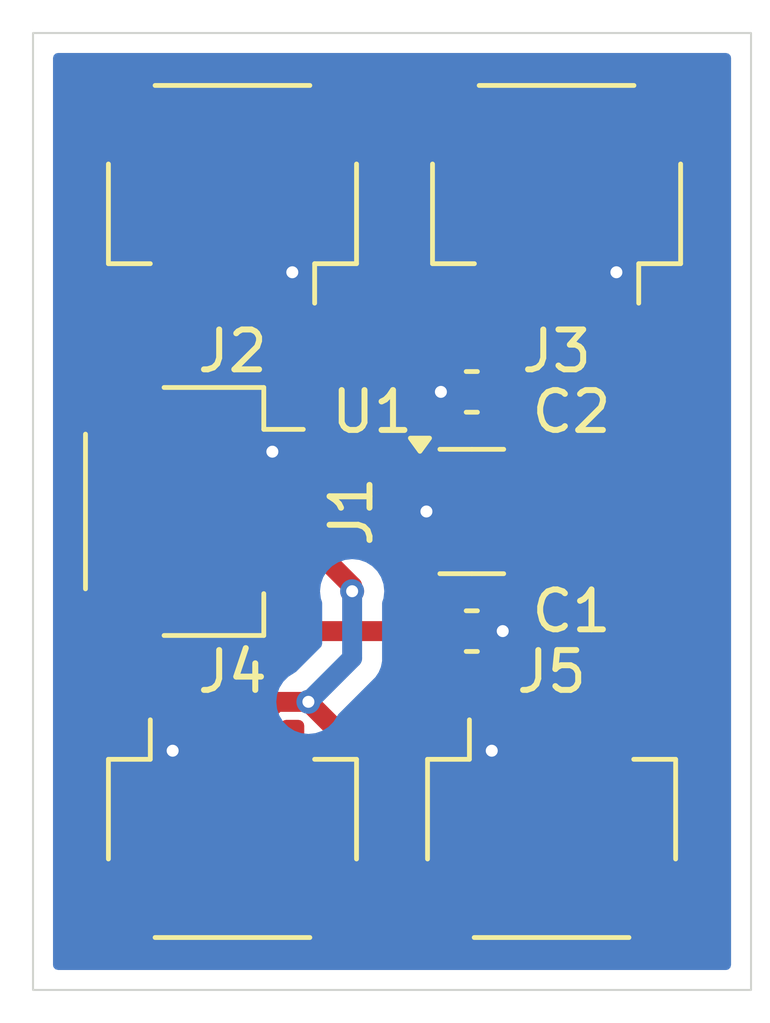
<source format=kicad_pcb>
(kicad_pcb (version 20240108) (generator "pcbnew") (generator_version "8.0")
  (title_block (title "i2c_stepdown") (date "2025-01-22") (rev "1"))
  (layers (0 "F.Cu" signal) (31 "B.Cu" signal) (34 "B.Paste" user) (35 "F.Paste" user) (36 "B.SilkS" user "B.Silkscreen") (37 "F.SilkS" user "F.Silkscreen") (38 "B.Mask" user) (39 "F.Mask" user) (44 "Edge.Cuts" user))
  (net 0 "")
  (net 2 "GND")
  (net 3 "/VCC_5V")
  (net 4 "/VCC_3V3")
  (net 5 "/SCL")
  (net 6 "/SDA")
  (footprint "Capacitor_SMD:C_0603_1608Metric" (layer "F.Cu") (at 110 97 180)
    (property "Reference" "C2" (at -2.5 -0.5 360) (layer "F.SilkS"))
    (property "Value" "1 uF")
    (fp_line (start -0.14058 0.51) (end 0.14058 0.51) (stroke (width 0.12)) (layer "F.SilkS"))
    (fp_line (start -0.14058 -0.51) (end 0.14058 -0.51) (stroke (width 0.12)) (layer "F.SilkS"))
    (pad "1" smd roundrect (at -0.775 0 180) (size 0.9 0.95) (layers "F.Cu" "F.Paste" "F.Mask") (net 4 "/VCC_3V3"))
    (pad "2" smd roundrect (at 0.775 0 180) (size 0.9 0.95) (layers "F.Cu" "F.Paste" "F.Mask") (net 2 "GND"))
  )
  (footprint "Capacitor_SMD:C_0603_1608Metric" (layer "F.Cu") (at 110 103)
    (property "Reference" "C1" (at 2.5 -0.5 0) (layer "F.SilkS"))
    (property "Value" "1 uF")
    (fp_line (start -0.14058 -0.51) (end 0.14058 -0.51) (stroke (width 0.12)) (layer "F.SilkS"))
    (fp_line (start -0.14058 0.51) (end 0.14058 0.51) (stroke (width 0.12)) (layer "F.SilkS"))
    (pad "1" smd roundrect (at -0.775 0) (size 0.9 0.95) (layers "F.Cu" "F.Paste" "F.Mask") (net 3 "/VCC_5V"))
    (pad "2" smd roundrect (at 0.775 0) (size 0.9 0.95) (layers "F.Cu" "F.Paste" "F.Mask") (net 2 "GND"))
  )
  (footprint "Package_TO_SOT_SMD:SOT-23-5" (layer "F.Cu") (at 110 100)
    (property "Reference" "U1" (at -2.5 -2.5 0) (layer "F.SilkS"))
    (property "Value" "AP2112K-3.3")
    (fp_line (start 0 -1.56) (end -0.8 -1.56) (stroke (width 0.12)) (layer "F.SilkS"))
    (fp_line (start 0 -1.56) (end 0.8 -1.56) (stroke (width 0.12)) (layer "F.SilkS"))
    (fp_line (start 0 1.56) (end -0.8 1.56) (stroke (width 0.12)) (layer "F.SilkS"))
    (fp_line (start 0 1.56) (end 0.8 1.56) (stroke (width 0.12)) (layer "F.SilkS"))
    (fp_poly (pts (xy -1.3 -1.51) (xy -1.54 -1.84) (xy -1.06 -1.84) (xy -1.3 -1.51)) (stroke (width 0.12)) (fill solid) (layer "F.SilkS"))
    (pad "1" smd roundrect (at -1.1375 -0.95) (size 1.325 0.6) (layers "F.Cu" "F.Paste" "F.Mask") (net 3 "/VCC_5V"))
    (pad "2" smd roundrect (at -1.1375 0) (size 1.325 0.6) (layers "F.Cu" "F.Paste" "F.Mask") (net 2 "GND"))
    (pad "3" smd roundrect (at -1.1375 0.95) (size 1.325 0.6) (layers "F.Cu" "F.Paste" "F.Mask") (net 3 "/VCC_5V"))
    (pad "4" smd roundrect (at 1.1375 0.95) (size 1.325 0.6) (layers "F.Cu" "F.Paste" "F.Mask"))
    (pad "5" smd roundrect (at 1.1375 -0.95) (size 1.325 0.6) (layers "F.Cu" "F.Paste" "F.Mask") (net 4 "/VCC_3V3"))
  )
  (footprint "Connector_JST:JST_SH_SM04B-SRSS-TB_1x04-1MP_P1.00mm_Horizontal" (layer "F.Cu") (at 104 92 180)
    (property "Reference" "J2" (at 0 -3.98 360) (layer "F.SilkS"))
    (property "Value" "Conn_01x04")
    (fp_line (start 3.11 0.715) (end 3.11 -1.785) (stroke (width 0.12)) (layer "F.SilkS"))
    (fp_line (start 3.11 -1.785) (end 2.06 -1.785) (stroke (width 0.12)) (layer "F.SilkS"))
    (fp_line (start -1.94 2.685) (end 1.94 2.685) (stroke (width 0.12)) (layer "F.SilkS"))
    (fp_line (start -2.06 -1.785) (end -2.06 -2.775) (stroke (width 0.12)) (layer "F.SilkS"))
    (fp_line (start -3.11 0.715) (end -3.11 -1.785) (stroke (width 0.12)) (layer "F.SilkS"))
    (fp_line (start -3.11 -1.785) (end -2.06 -1.785) (stroke (width 0.12)) (layer "F.SilkS"))
    (pad "1" smd roundrect (at -1.5 -2 180) (size 0.6 1.55) (layers "F.Cu" "F.Paste" "F.Mask") (net 2 "GND"))
    (pad "2" smd roundrect (at -0.5 -2 180) (size 0.6 1.55) (layers "F.Cu" "F.Paste" "F.Mask") (net 4 "/VCC_3V3"))
    (pad "3" smd roundrect (at 0.5 -2 180) (size 0.6 1.55) (layers "F.Cu" "F.Paste" "F.Mask") (net 6 "/SDA"))
    (pad "4" smd roundrect (at 1.5 -2 180) (size 0.6 1.55) (layers "F.Cu" "F.Paste" "F.Mask") (net 5 "/SCL"))
    (pad "MP" smd roundrect (at -2.8 1.875 180) (size 1.2 1.8) (layers "F.Cu" "F.Paste" "F.Mask") (roundrect_rratio 0.208333))
    (pad "MP" smd roundrect (at 2.8 1.875 180) (size 1.2 1.8) (layers "F.Cu" "F.Paste" "F.Mask") (roundrect_rratio 0.208333))
  )
  (footprint "Connector_JST:JST_SH_SM04B-SRSS-TB_1x04-1MP_P1.00mm_Horizontal" (layer "F.Cu") (at 104 108)
    (property "Reference" "J4" (at 0 -3.98 360) (layer "F.SilkS"))
    (property "Value" "Conn_01x04")
    (fp_line (start -3.11 -1.785) (end -2.06 -1.785) (stroke (width 0.12)) (layer "F.SilkS"))
    (fp_line (start -3.11 0.715) (end -3.11 -1.785) (stroke (width 0.12)) (layer "F.SilkS"))
    (fp_line (start -2.06 -1.785) (end -2.06 -2.775) (stroke (width 0.12)) (layer "F.SilkS"))
    (fp_line (start -1.94 2.685) (end 1.94 2.685) (stroke (width 0.12)) (layer "F.SilkS"))
    (fp_line (start 3.11 -1.785) (end 2.06 -1.785) (stroke (width 0.12)) (layer "F.SilkS"))
    (fp_line (start 3.11 0.715) (end 3.11 -1.785) (stroke (width 0.12)) (layer "F.SilkS"))
    (pad "1" smd roundrect (at -1.5 -2) (size 0.6 1.55) (layers "F.Cu" "F.Paste" "F.Mask") (net 2 "GND"))
    (pad "2" smd roundrect (at -0.5 -2) (size 0.6 1.55) (layers "F.Cu" "F.Paste" "F.Mask") (net 3 "/VCC_5V"))
    (pad "3" smd roundrect (at 0.5 -2) (size 0.6 1.55) (layers "F.Cu" "F.Paste" "F.Mask") (net 6 "/SDA"))
    (pad "4" smd roundrect (at 1.5 -2) (size 0.6 1.55) (layers "F.Cu" "F.Paste" "F.Mask") (net 5 "/SCL"))
    (pad "MP" smd roundrect (at -2.8 1.875) (size 1.2 1.8) (layers "F.Cu" "F.Paste" "F.Mask") (roundrect_rratio 0.208333))
    (pad "MP" smd roundrect (at 2.8 1.875) (size 1.2 1.8) (layers "F.Cu" "F.Paste" "F.Mask") (roundrect_rratio 0.208333))
  )
  (footprint "Connector_JST:JST_SH_SM04B-SRSS-TB_1x04-1MP_P1.00mm_Horizontal" (layer "F.Cu") (at 112.125 92 180)
    (property "Reference" "J3" (at 0 -3.98 360) (layer "F.SilkS"))
    (property "Value" "Conn_01x04")
    (fp_line (start 3.11 0.715) (end 3.11 -1.785) (stroke (width 0.12)) (layer "F.SilkS"))
    (fp_line (start 3.11 -1.785) (end 2.06 -1.785) (stroke (width 0.12)) (layer "F.SilkS"))
    (fp_line (start -1.94 2.685) (end 1.94 2.685) (stroke (width 0.12)) (layer "F.SilkS"))
    (fp_line (start -2.06 -1.785) (end -2.06 -2.775) (stroke (width 0.12)) (layer "F.SilkS"))
    (fp_line (start -3.11 0.715) (end -3.11 -1.785) (stroke (width 0.12)) (layer "F.SilkS"))
    (fp_line (start -3.11 -1.785) (end -2.06 -1.785) (stroke (width 0.12)) (layer "F.SilkS"))
    (pad "1" smd roundrect (at -1.5 -2 180) (size 0.6 1.55) (layers "F.Cu" "F.Paste" "F.Mask") (net 2 "GND"))
    (pad "2" smd roundrect (at -0.5 -2 180) (size 0.6 1.55) (layers "F.Cu" "F.Paste" "F.Mask") (net 4 "/VCC_3V3"))
    (pad "3" smd roundrect (at 0.5 -2 180) (size 0.6 1.55) (layers "F.Cu" "F.Paste" "F.Mask") (net 6 "/SDA"))
    (pad "4" smd roundrect (at 1.5 -2 180) (size 0.6 1.55) (layers "F.Cu" "F.Paste" "F.Mask") (net 5 "/SCL"))
    (pad "MP" smd roundrect (at -2.8 1.875 180) (size 1.2 1.8) (layers "F.Cu" "F.Paste" "F.Mask") (roundrect_rratio 0.208333))
    (pad "MP" smd roundrect (at 2.8 1.875 180) (size 1.2 1.8) (layers "F.Cu" "F.Paste" "F.Mask") (roundrect_rratio 0.208333))
  )
  (footprint "Connector_JST:JST_SH_SM04B-SRSS-TB_1x04-1MP_P1.00mm_Horizontal" (layer "F.Cu") (at 103 100 -90)
    (property "Reference" "J1" (at 0 -3.98 90) (layer "F.SilkS"))
    (property "Value" "Conn_01x04")
    (fp_line (start -1.94 2.685) (end 1.94 2.685) (stroke (width 0.12)) (layer "F.SilkS"))
    (fp_line (start -3.11 0.715) (end -3.11 -1.785) (stroke (width 0.12)) (layer "F.SilkS"))
    (fp_line (start 3.11 0.715) (end 3.11 -1.785) (stroke (width 0.12)) (layer "F.SilkS"))
    (fp_line (start -3.11 -1.785) (end -2.06 -1.785) (stroke (width 0.12)) (layer "F.SilkS"))
    (fp_line (start -2.06 -1.785) (end -2.06 -2.775) (stroke (width 0.12)) (layer "F.SilkS"))
    (fp_line (start 3.11 -1.785) (end 2.06 -1.785) (stroke (width 0.12)) (layer "F.SilkS"))
    (pad "1" smd roundrect (at -1.5 -2 270) (size 0.6 1.55) (layers "F.Cu" "F.Paste" "F.Mask") (net 2 "GND"))
    (pad "2" smd roundrect (at -0.5 -2 270) (size 0.6 1.55) (layers "F.Cu" "F.Paste" "F.Mask") (net 3 "/VCC_5V"))
    (pad "3" smd roundrect (at 0.5 -2 270) (size 0.6 1.55) (layers "F.Cu" "F.Paste" "F.Mask") (net 6 "/SDA"))
    (pad "4" smd roundrect (at 1.5 -2 270) (size 0.6 1.55) (layers "F.Cu" "F.Paste" "F.Mask") (net 5 "/SCL"))
    (pad "MP" smd roundrect (at -2.8 1.875 270) (size 1.2 1.8) (layers "F.Cu" "F.Paste" "F.Mask") (roundrect_rratio 0.208333))
    (pad "MP" smd roundrect (at 2.8 1.875 270) (size 1.2 1.8) (layers "F.Cu" "F.Paste" "F.Mask") (roundrect_rratio 0.208333))
  )
  (footprint "Connector_JST:JST_SH_SM04B-SRSS-TB_1x04-1MP_P1.00mm_Horizontal" (layer "F.Cu") (at 112 108)
    (property "Reference" "J5" (at 0 -3.98 360) (layer "F.SilkS"))
    (property "Value" "Conn_01x04")
    (fp_line (start -3.11 -1.785) (end -2.06 -1.785) (stroke (width 0.12)) (layer "F.SilkS"))
    (fp_line (start -3.11 0.715) (end -3.11 -1.785) (stroke (width 0.12)) (layer "F.SilkS"))
    (fp_line (start -2.06 -1.785) (end -2.06 -2.775) (stroke (width 0.12)) (layer "F.SilkS"))
    (fp_line (start -1.94 2.685) (end 1.94 2.685) (stroke (width 0.12)) (layer "F.SilkS"))
    (fp_line (start 3.11 -1.785) (end 2.06 -1.785) (stroke (width 0.12)) (layer "F.SilkS"))
    (fp_line (start 3.11 0.715) (end 3.11 -1.785) (stroke (width 0.12)) (layer "F.SilkS"))
    (pad "1" smd roundrect (at -1.5 -2) (size 0.6 1.55) (layers "F.Cu" "F.Paste" "F.Mask") (net 2 "GND"))
    (pad "2" smd roundrect (at -0.5 -2) (size 0.6 1.55) (layers "F.Cu" "F.Paste" "F.Mask") (net 3 "/VCC_5V"))
    (pad "3" smd roundrect (at 0.5 -2) (size 0.6 1.55) (layers "F.Cu" "F.Paste" "F.Mask") (net 6 "/SDA"))
    (pad "4" smd roundrect (at 1.5 -2) (size 0.6 1.55) (layers "F.Cu" "F.Paste" "F.Mask") (net 5 "/SCL"))
    (pad "MP" smd roundrect (at -2.8 1.875) (size 1.2 1.8) (layers "F.Cu" "F.Paste" "F.Mask") (roundrect_rratio 0.208333))
    (pad "MP" smd roundrect (at 2.8 1.875) (size 1.2 1.8) (layers "F.Cu" "F.Paste" "F.Mask") (roundrect_rratio 0.208333))
  )
  (gr_rect (start 99 88) (end 117 112) (stroke (width 0.05)) (fill none) (layer "Edge.Cuts"))
  (via (at 108.8625 100) (size 0.6) (drill 0.3) (layers "F.Cu" "B.Cu") (net 2))
  (via (at 102.5 106) (size 0.6) (drill 0.3) (layers "F.Cu" "B.Cu") (net 2))
  (via (at 113.625 94) (size 0.6) (drill 0.3) (layers "F.Cu" "B.Cu") (net 2))
  (via (at 110.5 106) (size 0.6) (drill 0.3) (layers "F.Cu" "B.Cu") (net 2))
  (via (at 109.225 97) (size 0.6) (drill 0.3) (layers "F.Cu" "B.Cu") (net 2))
  (via (at 105 98.5) (size 0.6) (drill 0.3) (layers "F.Cu" "B.Cu") (net 2))
  (via (at 110.775 103) (size 0.6) (drill 0.3) (layers "F.Cu" "B.Cu") (net 2))
  (via (at 105.5 94) (size 0.6) (drill 0.3) (layers "F.Cu" "B.Cu") (net 2))
  (segment (start 110 100.474999) (end 109.524999 100.95) (width 0.5) (layer "F.Cu") (net 3))
  (segment (start 108.8625 99.05) (end 109.524999 99.05) (width 0.5) (layer "F.Cu") (net 3))
  (segment (start 108.8625 100.95) (end 108.8625 102.6375) (width 0.5) (layer "F.Cu") (net 3))
  (segment (start 106.224999 99.05) (end 108.8625 99.05) (width 0.5) (layer "F.Cu") (net 3))
  (segment (start 109.524999 99.05) (end 110 99.525001) (width 0.5) (layer "F.Cu") (net 3))
  (segment (start 105.774999 99.5) (end 106.224999 99.05) (width 0.5) (layer "F.Cu") (net 3))
  (segment (start 110 99.525001) (end 110 100.474999) (width 0.5) (layer "F.Cu") (net 3))
  (segment (start 103.5 105.225001) (end 103.5 106) (width 0.5) (layer "F.Cu") (net 3))
  (segment (start 105.725001 103) (end 103.5 105.225001) (width 0.5) (layer "F.Cu") (net 3))
  (segment (start 109.225 103) (end 111.5 105.275) (width 0.5) (layer "F.Cu") (net 3))
  (segment (start 109.524999 100.95) (end 108.8625 100.95) (width 0.5) (layer "F.Cu") (net 3))
  (segment (start 111.5 105.275) (end 111.5 106) (width 0.5) (layer "F.Cu") (net 3))
  (segment (start 109.225 103) (end 105.725001 103) (width 0.5) (layer "F.Cu") (net 3))
  (segment (start 108.8625 102.6375) (end 109.225 103) (width 0.5) (layer "F.Cu") (net 3))
  (segment (start 105 99.5) (end 105.774999 99.5) (width 0.5) (layer "F.Cu") (net 3))
  (segment (start 104.5 94.627684) (end 104.5 94) (width 0.5) (layer "F.Cu") (net 4))
  (segment (start 109 95.225) (end 105.097316 95.225) (width 0.5) (layer "F.Cu") (net 4))
  (segment (start 105.097316 95.225) (end 104.5 94.627684) (width 0.5) (layer "F.Cu") (net 4))
  (segment (start 112.625 95.15) (end 112.625 94) (width 0.5) (layer "F.Cu") (net 4))
  (segment (start 110.775 97) (end 112.625 95.15) (width 0.5) (layer "F.Cu") (net 4))
  (segment (start 110.775 97) (end 109 95.225) (width 0.5) (layer "F.Cu") (net 4))
  (segment (start 111.1375 99.05) (end 111.1375 97.3625) (width 0.5) (layer "F.Cu") (net 4))
  (segment (start 111.1375 97.3625) (end 110.775 97) (width 0.5) (layer "F.Cu") (net 4))
  (segment (start 105.049999 107.225) (end 105.5 106.774999) (width 0.5) (layer "F.Cu") (net 5))
  (segment (start 103.725001 92) (end 102.5 93.225001) (width 0.5) (layer "F.Cu") (net 5))
  (segment (start 113.5 106.774999) (end 113.5 106) (width 0.5) (layer "F.Cu") (net 5))
  (segment (start 107.5 108) (end 112.274999 108) (width 0.5) (layer "F.Cu") (net 5))
  (segment (start 102.5 94) (end 102.5 99.774999) (width 0.5) (layer "F.Cu") (net 5))
  (segment (start 110.625 94) (end 108.625 92) (width 0.5) (layer "F.Cu") (net 5))
  (segment (start 105 101.5) (end 101.75 104.75) (width 0.5) (layer "F.Cu") (net 5))
  (segment (start 101.75 104.75) (end 101.75 106.877684) (width 0.5) (layer "F.Cu") (net 5))
  (segment (start 102.5 99.774999) (end 104.225001 101.5) (width 0.5) (layer "F.Cu") (net 5))
  (segment (start 102.097316 107.225) (end 105.049999 107.225) (width 0.5) (layer "F.Cu") (net 5))
  (segment (start 102.5 93.225001) (end 102.5 94) (width 0.5) (layer "F.Cu") (net 5))
  (segment (start 105.5 106) (end 107.5 108) (width 0.5) (layer "F.Cu") (net 5))
  (segment (start 112.274999 108) (end 113.5 106.774999) (width 0.5) (layer "F.Cu") (net 5))
  (segment (start 104.225001 101.5) (end 105 101.5) (width 0.5) (layer "F.Cu") (net 5))
  (segment (start 105.5 106.774999) (end 105.5 106) (width 0.5) (layer "F.Cu") (net 5))
  (segment (start 101.75 106.877684) (end 102.097316 107.225) (width 0.5) (layer "F.Cu") (net 5))
  (segment (start 108.625 92) (end 103.725001 92) (width 0.5) (layer "F.Cu") (net 5))
  (segment (start 108.352684 107.225) (end 105.902684 104.775) (width 0.5) (layer "F.Cu") (net 6))
  (segment (start 111.625 94.774999) (end 111.625 94) (width 0.5) (layer "F.Cu") (net 6))
  (segment (start 111.174999 95.225) (end 111.625 94.774999) (width 0.5) (layer "F.Cu") (net 6))
  (segment (start 104.5 105.372316) (end 104.5 106) (width 0.5) (layer "F.Cu") (net 6))
  (segment (start 105.627684 100.5) (end 107 101.872316) (width 0.5) (layer "F.Cu") (net 6))
  (segment (start 110.222316 95.225) (end 111.174999 95.225) (width 0.5) (layer "F.Cu") (net 6))
  (segment (start 103.950001 92.775) (end 107.772316 92.775) (width 0.5) (layer "F.Cu") (net 6))
  (segment (start 105.097316 104.775) (end 104.5 105.372316) (width 0.5) (layer "F.Cu") (net 6))
  (segment (start 107.772316 92.775) (end 110.222316 95.225) (width 0.5) (layer "F.Cu") (net 6))
  (segment (start 105 100.5) (end 104.225001 100.5) (width 0.5) (layer "F.Cu") (net 6))
  (segment (start 103.5 93.225001) (end 103.950001 92.775) (width 0.5) (layer "F.Cu") (net 6))
  (segment (start 112.5 106.774999) (end 112.049999 107.225) (width 0.5) (layer "F.Cu") (net 6))
  (segment (start 107 101.872316) (end 107 102) (width 0.5) (layer "F.Cu") (net 6))
  (segment (start 103.5 99.774999) (end 103.5 94) (width 0.5) (layer "F.Cu") (net 6))
  (segment (start 112.5 106) (end 112.5 106.774999) (width 0.5) (layer "F.Cu") (net 6))
  (segment (start 112.049999 107.225) (end 108.352684 107.225) (width 0.5) (layer "F.Cu") (net 6))
  (segment (start 104.225001 100.5) (end 103.5 99.774999) (width 0.5) (layer "F.Cu") (net 6))
  (segment (start 103.5 94) (end 103.5 93.225001) (width 0.5) (layer "F.Cu") (net 6))
  (segment (start 105.902684 104.775) (end 105.097316 104.775) (width 0.5) (layer "F.Cu") (net 6))
  (segment (start 105 100.5) (end 105.627684 100.5) (width 0.5) (layer "F.Cu") (net 6))
  (via (at 105.903424 104.773251) (size 0.6) (drill 0.3) (layers "F.Cu" "B.Cu") (net 6))
  (via (at 107 102) (size 0.6) (drill 0.3) (layers "F.Cu" "B.Cu") (net 6))
  (segment (start 107 102) (end 107 103.676675) (width 0.5) (layer "B.Cu") (net 6))
  (segment (start 107 103.676675) (end 105.903424 104.773251) (width 0.5) (layer "B.Cu") (net 6))
  (zone (net 2) (net_name "GND") (layer "B.Cu") (connect_pads (clearance 0.5)) (min_thickness 0.25) (fill yes (thermal_gap 0.5) (thermal_bridge_width 0.5))
    (polygon (pts (xy 98.5 87.5) (xy 117.5 87.5) (xy 117.5 112.5) (xy 98.5 112.5)))
  )
)
</source>
